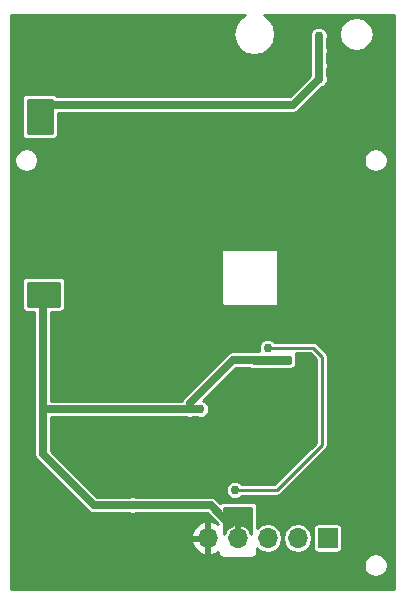
<source format=gbl>
G04 #@! TF.FileFunction,Copper,L2,Bot,Signal*
%FSLAX46Y46*%
G04 Gerber Fmt 4.6, Leading zero omitted, Abs format (unit mm)*
G04 Created by KiCad (PCBNEW 4.0.6) date Fri May 26 17:46:32 2017*
%MOMM*%
%LPD*%
G01*
G04 APERTURE LIST*
%ADD10C,0.050000*%
%ADD11C,0.762000*%
%ADD12R,1.700000X1.700000*%
%ADD13O,1.700000X1.700000*%
%ADD14C,0.635000*%
%ADD15C,0.279400*%
%ADD16C,0.228600*%
%ADD17C,0.254000*%
G04 APERTURE END LIST*
D10*
D11*
X94234000Y-112014000D03*
X97790000Y-112014000D03*
X97790000Y-108458000D03*
X100076000Y-125730000D03*
X98933000Y-126111000D03*
X96647000Y-92329000D03*
X91440000Y-92329000D03*
X87122000Y-125730000D03*
X83566000Y-120650000D03*
X83566000Y-122809000D03*
X82423000Y-120650000D03*
X82423000Y-118618000D03*
X82423000Y-116967000D03*
X82423000Y-122809000D03*
X82423000Y-114808000D03*
X82423000Y-107569000D03*
X82423000Y-99949000D03*
X82423000Y-92329000D03*
X101727000Y-98806000D03*
X103505000Y-98806000D03*
X103505000Y-96647000D03*
X101727000Y-96647000D03*
X101854000Y-93599000D03*
X103251000Y-93599000D03*
X106553000Y-92075000D03*
X106553000Y-90805000D03*
X112522000Y-97917000D03*
X90932000Y-115570000D03*
X87249000Y-106680000D03*
X90932000Y-106680000D03*
X88138000Y-116459000D03*
X90932000Y-117348000D03*
X90932000Y-113792000D03*
X90932000Y-111887000D03*
X92075000Y-120777000D03*
X92075000Y-122428000D03*
X99822000Y-116205000D03*
X99822000Y-117602000D03*
X97663000Y-117602000D03*
X97663000Y-119253000D03*
X105664000Y-123317000D03*
X104394000Y-123317000D03*
X103124000Y-123317000D03*
X101854000Y-123317000D03*
X105664000Y-122047000D03*
X104394000Y-122047000D03*
X103124000Y-122047000D03*
X101854000Y-122047000D03*
X105664000Y-120777000D03*
X104394000Y-120777000D03*
X103124000Y-120777000D03*
X101854000Y-120777000D03*
X98933000Y-125095000D03*
X92202000Y-125095000D03*
X88392000Y-124460000D03*
X87122000Y-124460000D03*
X87376000Y-131572000D03*
X109728000Y-128778000D03*
X110998000Y-127508000D03*
X109728000Y-126238000D03*
X97282000Y-130302000D03*
X95758000Y-130302000D03*
X94234000Y-130302000D03*
X100584000Y-129159000D03*
X104902000Y-137922000D03*
X97790000Y-137922000D03*
X90170000Y-137922000D03*
X82550000Y-137922000D03*
X82550000Y-133350000D03*
X113792000Y-131318000D03*
X113792000Y-127508000D03*
X113792000Y-123698000D03*
X113792000Y-116078000D03*
X112141000Y-119888000D03*
X112141000Y-116078000D03*
X113792000Y-108458000D03*
X112141000Y-112268000D03*
X111887000Y-108458000D03*
X108712000Y-112014000D03*
X109728000Y-113284000D03*
X107950000Y-113284000D03*
X106680000Y-112014000D03*
X105410000Y-113284000D03*
X104648000Y-108458000D03*
X113792000Y-101092000D03*
X100838000Y-108458000D03*
X112522000Y-99187000D03*
X112268000Y-105156000D03*
X108712000Y-105156000D03*
X104648000Y-105156000D03*
X100838000Y-105156000D03*
X97028000Y-105156000D03*
D12*
X108712000Y-134366000D03*
D13*
X106172000Y-134366000D03*
X103632000Y-134366000D03*
X101092000Y-134366000D03*
X98552000Y-134366000D03*
D11*
X93218000Y-105156000D03*
X101219000Y-133096014D03*
X101219000Y-132207000D03*
X100330000Y-132207000D03*
X100330000Y-133096000D03*
X92202000Y-131572000D03*
X104394000Y-119253000D03*
X103504994Y-119253000D03*
X105282996Y-119253000D03*
X102616000Y-119253000D03*
X97028000Y-123444000D03*
X97917000Y-123444000D03*
X85470988Y-114173000D03*
X85470988Y-113284000D03*
X84582000Y-114173000D03*
X84582000Y-113284000D03*
X83693000Y-113284000D03*
X83693000Y-114173000D03*
X84709000Y-99695000D03*
X83693000Y-99568000D03*
X83693000Y-98552000D03*
X83692998Y-97663000D03*
X107950000Y-91821000D03*
X107950000Y-93091000D03*
X107950000Y-94361000D03*
X107950000Y-95504000D03*
X100838000Y-130302000D03*
X103632000Y-118237000D03*
D14*
X84582000Y-122936000D02*
X84582000Y-123317000D01*
X84582000Y-123317000D02*
X84582000Y-127254000D01*
X97028000Y-123444000D02*
X84709000Y-123444000D01*
X84709000Y-123444000D02*
X84582000Y-123317000D01*
X100330000Y-132557185D02*
X100330000Y-132207000D01*
X100330000Y-133096000D02*
X100330000Y-132557185D01*
X99949001Y-132715001D02*
X100330000Y-133096000D01*
X98806000Y-131572000D02*
X99949001Y-132715001D01*
X92202000Y-131572000D02*
X98806000Y-131572000D01*
X88900000Y-131572000D02*
X92202000Y-131572000D01*
X84582000Y-127254000D02*
X88900000Y-131572000D01*
X84582000Y-114173000D02*
X84582000Y-122936000D01*
X97028000Y-122905185D02*
X100680185Y-119253000D01*
X97028000Y-123444000D02*
X97028000Y-122905185D01*
X100680185Y-119253000D02*
X102616000Y-119253000D01*
X97028000Y-123444000D02*
X97917000Y-123444000D01*
D15*
X83693000Y-114173000D02*
X83693000Y-113284000D01*
D14*
X84709000Y-99695000D02*
X83820000Y-99695000D01*
X83820000Y-99695000D02*
X83693000Y-99568000D01*
X83693000Y-99568000D02*
X83693000Y-98552000D01*
X83693000Y-98552000D02*
X83693000Y-97663002D01*
X83693000Y-97663002D02*
X83692998Y-97663000D01*
X84231813Y-97663000D02*
X83692998Y-97663000D01*
X105791000Y-97663000D02*
X84231813Y-97663000D01*
X107950000Y-95504000D02*
X105791000Y-97663000D01*
X107950000Y-94361000D02*
X107950000Y-95504000D01*
X107950000Y-91821000D02*
X107950000Y-93091000D01*
X107950000Y-93822185D02*
X107950000Y-93091000D01*
X107950000Y-94361000D02*
X107950000Y-93822185D01*
D16*
X103632000Y-118237000D02*
X107442000Y-118237000D01*
X107442000Y-118237000D02*
X108204000Y-118999000D01*
X108204000Y-118999000D02*
X108204000Y-126492000D01*
X108204000Y-126492000D02*
X104394000Y-130302000D01*
X104394000Y-130302000D02*
X100838000Y-130302000D01*
D17*
G36*
X101223632Y-90428632D02*
X100835718Y-91009188D01*
X100699500Y-91694000D01*
X100835718Y-92378812D01*
X101223632Y-92959368D01*
X101804188Y-93347282D01*
X102489000Y-93483500D01*
X103173812Y-93347282D01*
X103754368Y-92959368D01*
X104142282Y-92378812D01*
X104278500Y-91694000D01*
X104142282Y-91009188D01*
X103754368Y-90428632D01*
X103289473Y-90118000D01*
X114352000Y-90118000D01*
X114352000Y-138684000D01*
X81915000Y-138684000D01*
X81915000Y-136652000D01*
X111752039Y-136652000D01*
X111829983Y-137043853D01*
X112051950Y-137376050D01*
X112384147Y-137598017D01*
X112776000Y-137675961D01*
X113167853Y-137598017D01*
X113500050Y-137376050D01*
X113722017Y-137043853D01*
X113799961Y-136652000D01*
X113722017Y-136260147D01*
X113500050Y-135927950D01*
X113167853Y-135705983D01*
X112776000Y-135628039D01*
X112384147Y-135705983D01*
X112051950Y-135927950D01*
X111829983Y-136260147D01*
X111752039Y-136652000D01*
X81915000Y-136652000D01*
X81915000Y-134722892D01*
X97110514Y-134722892D01*
X97356817Y-135247358D01*
X97785076Y-135637645D01*
X98195110Y-135807476D01*
X98425000Y-135686155D01*
X98425000Y-134493000D01*
X97231181Y-134493000D01*
X97110514Y-134722892D01*
X81915000Y-134722892D01*
X81915000Y-134009108D01*
X97110514Y-134009108D01*
X97231181Y-134239000D01*
X98425000Y-134239000D01*
X98425000Y-133045845D01*
X98195110Y-132924524D01*
X97785076Y-133094355D01*
X97356817Y-133484642D01*
X97110514Y-134009108D01*
X81915000Y-134009108D01*
X81915000Y-112649000D01*
X82804000Y-112649000D01*
X82804000Y-114808000D01*
X82830056Y-114946477D01*
X82911896Y-115073660D01*
X83036770Y-115158983D01*
X83185000Y-115189000D01*
X83883500Y-115189000D01*
X83883500Y-127254000D01*
X83936670Y-127521305D01*
X84088086Y-127747914D01*
X88406086Y-132065914D01*
X88632695Y-132217330D01*
X88900000Y-132270500D01*
X91897159Y-132270500D01*
X92049764Y-132333867D01*
X92352906Y-132334132D01*
X92506906Y-132270500D01*
X98516672Y-132270500D01*
X99441000Y-133194828D01*
X99441000Y-133205607D01*
X99318924Y-133094355D01*
X98908890Y-132924524D01*
X98679000Y-133045845D01*
X98679000Y-134239000D01*
X98699000Y-134239000D01*
X98699000Y-134493000D01*
X98679000Y-134493000D01*
X98679000Y-135686155D01*
X98908890Y-135807476D01*
X99318924Y-135637645D01*
X99441000Y-135526393D01*
X99441000Y-135636000D01*
X99467056Y-135774477D01*
X99548896Y-135901660D01*
X99673770Y-135986983D01*
X99822000Y-136017000D01*
X102362000Y-136017000D01*
X102500477Y-135990944D01*
X102627660Y-135909104D01*
X102712983Y-135784230D01*
X102743000Y-135636000D01*
X102743000Y-135232800D01*
X102761552Y-135260565D01*
X103160917Y-135527413D01*
X103632000Y-135621117D01*
X104103083Y-135527413D01*
X104502448Y-135260565D01*
X104769296Y-134861200D01*
X104863000Y-134390117D01*
X104863000Y-134341883D01*
X104941000Y-134341883D01*
X104941000Y-134390117D01*
X105034704Y-134861200D01*
X105301552Y-135260565D01*
X105700917Y-135527413D01*
X106172000Y-135621117D01*
X106643083Y-135527413D01*
X107042448Y-135260565D01*
X107309296Y-134861200D01*
X107403000Y-134390117D01*
X107403000Y-134341883D01*
X107309296Y-133870800D01*
X107072226Y-133516000D01*
X107473536Y-133516000D01*
X107473536Y-135216000D01*
X107500103Y-135357190D01*
X107583546Y-135486865D01*
X107710866Y-135573859D01*
X107862000Y-135604464D01*
X109562000Y-135604464D01*
X109703190Y-135577897D01*
X109832865Y-135494454D01*
X109919859Y-135367134D01*
X109950464Y-135216000D01*
X109950464Y-133516000D01*
X109923897Y-133374810D01*
X109840454Y-133245135D01*
X109713134Y-133158141D01*
X109562000Y-133127536D01*
X107862000Y-133127536D01*
X107720810Y-133154103D01*
X107591135Y-133237546D01*
X107504141Y-133364866D01*
X107473536Y-133516000D01*
X107072226Y-133516000D01*
X107042448Y-133471435D01*
X106643083Y-133204587D01*
X106172000Y-133110883D01*
X105700917Y-133204587D01*
X105301552Y-133471435D01*
X105034704Y-133870800D01*
X104941000Y-134341883D01*
X104863000Y-134341883D01*
X104769296Y-133870800D01*
X104502448Y-133471435D01*
X104103083Y-133204587D01*
X103632000Y-133110883D01*
X103160917Y-133204587D01*
X102761552Y-133471435D01*
X102743000Y-133499200D01*
X102743000Y-131699000D01*
X102716944Y-131560523D01*
X102635104Y-131433340D01*
X102510230Y-131348017D01*
X102362000Y-131318000D01*
X99822000Y-131318000D01*
X99683523Y-131344056D01*
X99611944Y-131390116D01*
X99299914Y-131078086D01*
X99073305Y-130926670D01*
X98806000Y-130873500D01*
X92506841Y-130873500D01*
X92354236Y-130810133D01*
X92051094Y-130809868D01*
X91897094Y-130873500D01*
X89189328Y-130873500D01*
X85280500Y-126964672D01*
X85280500Y-124142500D01*
X96723159Y-124142500D01*
X96875764Y-124205867D01*
X97178906Y-124206132D01*
X97332906Y-124142500D01*
X97612159Y-124142500D01*
X97764764Y-124205867D01*
X98067906Y-124206132D01*
X98348074Y-124090368D01*
X98562615Y-123876202D01*
X98678867Y-123596236D01*
X98679132Y-123293094D01*
X98563368Y-123012926D01*
X98349202Y-122798385D01*
X98189106Y-122731907D01*
X100969513Y-119951500D01*
X102037766Y-119951500D01*
X102086770Y-119984983D01*
X102235000Y-120015000D01*
X102615907Y-120015000D01*
X102766906Y-120015132D01*
X102767225Y-120015000D01*
X103504901Y-120015000D01*
X103655900Y-120015132D01*
X103656219Y-120015000D01*
X104393907Y-120015000D01*
X104544906Y-120015132D01*
X104545225Y-120015000D01*
X105282903Y-120015000D01*
X105433902Y-120015132D01*
X105434221Y-120015000D01*
X105664000Y-120015000D01*
X105802477Y-119988944D01*
X105929660Y-119907104D01*
X106014983Y-119782230D01*
X106045000Y-119634000D01*
X106045000Y-119248517D01*
X106045128Y-119102094D01*
X106045000Y-119101784D01*
X106045000Y-118872000D01*
X106018944Y-118733523D01*
X106018157Y-118732300D01*
X107236840Y-118732300D01*
X107708700Y-119204160D01*
X107708700Y-126286840D01*
X104188840Y-129806700D01*
X101420254Y-129806700D01*
X101270202Y-129656385D01*
X100990236Y-129540133D01*
X100687094Y-129539868D01*
X100406926Y-129655632D01*
X100192385Y-129869798D01*
X100076133Y-130149764D01*
X100075868Y-130452906D01*
X100191632Y-130733074D01*
X100405798Y-130947615D01*
X100685764Y-131063867D01*
X100988906Y-131064132D01*
X101269074Y-130948368D01*
X101420407Y-130797300D01*
X104394000Y-130797300D01*
X104583544Y-130759598D01*
X104744230Y-130652230D01*
X108554230Y-126842230D01*
X108661598Y-126681543D01*
X108699300Y-126492000D01*
X108699300Y-118999000D01*
X108661598Y-118809457D01*
X108554230Y-118648770D01*
X107792230Y-117886770D01*
X107631544Y-117779402D01*
X107442000Y-117741700D01*
X104214254Y-117741700D01*
X104064202Y-117591385D01*
X103784236Y-117475133D01*
X103481094Y-117474868D01*
X103200926Y-117590632D01*
X102986385Y-117804798D01*
X102870133Y-118084764D01*
X102869868Y-118387906D01*
X102912466Y-118491000D01*
X102616093Y-118491000D01*
X102465094Y-118490868D01*
X102464775Y-118491000D01*
X102235000Y-118491000D01*
X102096523Y-118517056D01*
X102038333Y-118554500D01*
X100680185Y-118554500D01*
X100412881Y-118607670D01*
X100186271Y-118759086D01*
X96534086Y-122411271D01*
X96382670Y-122637880D01*
X96375949Y-122671670D01*
X96361263Y-122745500D01*
X85280500Y-122745500D01*
X85280500Y-115189000D01*
X86106000Y-115189000D01*
X86244477Y-115162944D01*
X86371660Y-115081104D01*
X86456983Y-114956230D01*
X86487000Y-114808000D01*
X86487000Y-112649000D01*
X86460944Y-112510523D01*
X86379104Y-112383340D01*
X86254230Y-112298017D01*
X86106000Y-112268000D01*
X83185000Y-112268000D01*
X83046523Y-112294056D01*
X82919340Y-112375896D01*
X82834017Y-112500770D01*
X82804000Y-112649000D01*
X81915000Y-112649000D01*
X81915000Y-109982000D01*
X99695000Y-109982000D01*
X99695000Y-114554000D01*
X99703685Y-114600159D01*
X99730965Y-114642553D01*
X99772590Y-114670994D01*
X99822000Y-114681000D01*
X104394000Y-114681000D01*
X104440159Y-114672315D01*
X104482553Y-114645035D01*
X104510994Y-114603410D01*
X104521000Y-114554000D01*
X104521000Y-109982000D01*
X104512315Y-109935841D01*
X104485035Y-109893447D01*
X104443410Y-109865006D01*
X104394000Y-109855000D01*
X99822000Y-109855000D01*
X99775841Y-109863685D01*
X99733447Y-109890965D01*
X99705006Y-109932590D01*
X99695000Y-109982000D01*
X81915000Y-109982000D01*
X81915000Y-102362000D01*
X82161039Y-102362000D01*
X82238983Y-102753853D01*
X82460950Y-103086050D01*
X82793147Y-103308017D01*
X83185000Y-103385961D01*
X83576853Y-103308017D01*
X83909050Y-103086050D01*
X84131017Y-102753853D01*
X84208961Y-102362000D01*
X111752039Y-102362000D01*
X111829983Y-102753853D01*
X112051950Y-103086050D01*
X112384147Y-103308017D01*
X112776000Y-103385961D01*
X113167853Y-103308017D01*
X113500050Y-103086050D01*
X113722017Y-102753853D01*
X113799961Y-102362000D01*
X113722017Y-101970147D01*
X113500050Y-101637950D01*
X113167853Y-101415983D01*
X112776000Y-101338039D01*
X112384147Y-101415983D01*
X112051950Y-101637950D01*
X111829983Y-101970147D01*
X111752039Y-102362000D01*
X84208961Y-102362000D01*
X84131017Y-101970147D01*
X83909050Y-101637950D01*
X83576853Y-101415983D01*
X83185000Y-101338039D01*
X82793147Y-101415983D01*
X82460950Y-101637950D01*
X82238983Y-101970147D01*
X82161039Y-102362000D01*
X81915000Y-102362000D01*
X81915000Y-97155000D01*
X82804000Y-97155000D01*
X82804000Y-100203000D01*
X82830056Y-100341477D01*
X82911896Y-100468660D01*
X83036770Y-100553983D01*
X83185000Y-100584000D01*
X85471000Y-100584000D01*
X85609477Y-100557944D01*
X85736660Y-100476104D01*
X85821983Y-100351230D01*
X85852000Y-100203000D01*
X85852000Y-98361500D01*
X105791000Y-98361500D01*
X106058305Y-98308330D01*
X106284914Y-98156914D01*
X108228359Y-96213469D01*
X108381074Y-96150368D01*
X108595615Y-95936202D01*
X108711867Y-95656236D01*
X108712132Y-95353094D01*
X108648500Y-95199094D01*
X108648500Y-94665841D01*
X108711867Y-94513236D01*
X108712132Y-94210094D01*
X108648500Y-94056094D01*
X108648500Y-93395841D01*
X108711867Y-93243236D01*
X108712132Y-92940094D01*
X108648500Y-92786094D01*
X108648500Y-92125841D01*
X108711867Y-91973236D01*
X108712111Y-91694000D01*
X109653000Y-91694000D01*
X109765049Y-92257310D01*
X110084139Y-92734861D01*
X110561690Y-93053951D01*
X111125000Y-93166000D01*
X111688310Y-93053951D01*
X112165861Y-92734861D01*
X112484951Y-92257310D01*
X112597000Y-91694000D01*
X112484951Y-91130690D01*
X112165861Y-90653139D01*
X111688310Y-90334049D01*
X111125000Y-90222000D01*
X110561690Y-90334049D01*
X110084139Y-90653139D01*
X109765049Y-91130690D01*
X109653000Y-91694000D01*
X108712111Y-91694000D01*
X108712132Y-91670094D01*
X108596368Y-91389926D01*
X108382202Y-91175385D01*
X108102236Y-91059133D01*
X107799094Y-91058868D01*
X107518926Y-91174632D01*
X107304385Y-91388798D01*
X107188133Y-91668764D01*
X107187868Y-91971906D01*
X107251500Y-92125906D01*
X107251500Y-92786159D01*
X107188133Y-92938764D01*
X107187868Y-93241906D01*
X107251500Y-93395906D01*
X107251500Y-94056159D01*
X107188133Y-94208764D01*
X107187868Y-94511906D01*
X107251500Y-94665906D01*
X107251500Y-95199159D01*
X107240485Y-95225687D01*
X105501672Y-96964500D01*
X85792468Y-96964500D01*
X85744104Y-96889340D01*
X85619230Y-96804017D01*
X85471000Y-96774000D01*
X83185000Y-96774000D01*
X83046523Y-96800056D01*
X82919340Y-96881896D01*
X82834017Y-97006770D01*
X82804000Y-97155000D01*
X81915000Y-97155000D01*
X81915000Y-90118000D01*
X101688527Y-90118000D01*
X101223632Y-90428632D01*
X101223632Y-90428632D01*
G37*
X101223632Y-90428632D02*
X100835718Y-91009188D01*
X100699500Y-91694000D01*
X100835718Y-92378812D01*
X101223632Y-92959368D01*
X101804188Y-93347282D01*
X102489000Y-93483500D01*
X103173812Y-93347282D01*
X103754368Y-92959368D01*
X104142282Y-92378812D01*
X104278500Y-91694000D01*
X104142282Y-91009188D01*
X103754368Y-90428632D01*
X103289473Y-90118000D01*
X114352000Y-90118000D01*
X114352000Y-138684000D01*
X81915000Y-138684000D01*
X81915000Y-136652000D01*
X111752039Y-136652000D01*
X111829983Y-137043853D01*
X112051950Y-137376050D01*
X112384147Y-137598017D01*
X112776000Y-137675961D01*
X113167853Y-137598017D01*
X113500050Y-137376050D01*
X113722017Y-137043853D01*
X113799961Y-136652000D01*
X113722017Y-136260147D01*
X113500050Y-135927950D01*
X113167853Y-135705983D01*
X112776000Y-135628039D01*
X112384147Y-135705983D01*
X112051950Y-135927950D01*
X111829983Y-136260147D01*
X111752039Y-136652000D01*
X81915000Y-136652000D01*
X81915000Y-134722892D01*
X97110514Y-134722892D01*
X97356817Y-135247358D01*
X97785076Y-135637645D01*
X98195110Y-135807476D01*
X98425000Y-135686155D01*
X98425000Y-134493000D01*
X97231181Y-134493000D01*
X97110514Y-134722892D01*
X81915000Y-134722892D01*
X81915000Y-134009108D01*
X97110514Y-134009108D01*
X97231181Y-134239000D01*
X98425000Y-134239000D01*
X98425000Y-133045845D01*
X98195110Y-132924524D01*
X97785076Y-133094355D01*
X97356817Y-133484642D01*
X97110514Y-134009108D01*
X81915000Y-134009108D01*
X81915000Y-112649000D01*
X82804000Y-112649000D01*
X82804000Y-114808000D01*
X82830056Y-114946477D01*
X82911896Y-115073660D01*
X83036770Y-115158983D01*
X83185000Y-115189000D01*
X83883500Y-115189000D01*
X83883500Y-127254000D01*
X83936670Y-127521305D01*
X84088086Y-127747914D01*
X88406086Y-132065914D01*
X88632695Y-132217330D01*
X88900000Y-132270500D01*
X91897159Y-132270500D01*
X92049764Y-132333867D01*
X92352906Y-132334132D01*
X92506906Y-132270500D01*
X98516672Y-132270500D01*
X99441000Y-133194828D01*
X99441000Y-133205607D01*
X99318924Y-133094355D01*
X98908890Y-132924524D01*
X98679000Y-133045845D01*
X98679000Y-134239000D01*
X98699000Y-134239000D01*
X98699000Y-134493000D01*
X98679000Y-134493000D01*
X98679000Y-135686155D01*
X98908890Y-135807476D01*
X99318924Y-135637645D01*
X99441000Y-135526393D01*
X99441000Y-135636000D01*
X99467056Y-135774477D01*
X99548896Y-135901660D01*
X99673770Y-135986983D01*
X99822000Y-136017000D01*
X102362000Y-136017000D01*
X102500477Y-135990944D01*
X102627660Y-135909104D01*
X102712983Y-135784230D01*
X102743000Y-135636000D01*
X102743000Y-135232800D01*
X102761552Y-135260565D01*
X103160917Y-135527413D01*
X103632000Y-135621117D01*
X104103083Y-135527413D01*
X104502448Y-135260565D01*
X104769296Y-134861200D01*
X104863000Y-134390117D01*
X104863000Y-134341883D01*
X104941000Y-134341883D01*
X104941000Y-134390117D01*
X105034704Y-134861200D01*
X105301552Y-135260565D01*
X105700917Y-135527413D01*
X106172000Y-135621117D01*
X106643083Y-135527413D01*
X107042448Y-135260565D01*
X107309296Y-134861200D01*
X107403000Y-134390117D01*
X107403000Y-134341883D01*
X107309296Y-133870800D01*
X107072226Y-133516000D01*
X107473536Y-133516000D01*
X107473536Y-135216000D01*
X107500103Y-135357190D01*
X107583546Y-135486865D01*
X107710866Y-135573859D01*
X107862000Y-135604464D01*
X109562000Y-135604464D01*
X109703190Y-135577897D01*
X109832865Y-135494454D01*
X109919859Y-135367134D01*
X109950464Y-135216000D01*
X109950464Y-133516000D01*
X109923897Y-133374810D01*
X109840454Y-133245135D01*
X109713134Y-133158141D01*
X109562000Y-133127536D01*
X107862000Y-133127536D01*
X107720810Y-133154103D01*
X107591135Y-133237546D01*
X107504141Y-133364866D01*
X107473536Y-133516000D01*
X107072226Y-133516000D01*
X107042448Y-133471435D01*
X106643083Y-133204587D01*
X106172000Y-133110883D01*
X105700917Y-133204587D01*
X105301552Y-133471435D01*
X105034704Y-133870800D01*
X104941000Y-134341883D01*
X104863000Y-134341883D01*
X104769296Y-133870800D01*
X104502448Y-133471435D01*
X104103083Y-133204587D01*
X103632000Y-133110883D01*
X103160917Y-133204587D01*
X102761552Y-133471435D01*
X102743000Y-133499200D01*
X102743000Y-131699000D01*
X102716944Y-131560523D01*
X102635104Y-131433340D01*
X102510230Y-131348017D01*
X102362000Y-131318000D01*
X99822000Y-131318000D01*
X99683523Y-131344056D01*
X99611944Y-131390116D01*
X99299914Y-131078086D01*
X99073305Y-130926670D01*
X98806000Y-130873500D01*
X92506841Y-130873500D01*
X92354236Y-130810133D01*
X92051094Y-130809868D01*
X91897094Y-130873500D01*
X89189328Y-130873500D01*
X85280500Y-126964672D01*
X85280500Y-124142500D01*
X96723159Y-124142500D01*
X96875764Y-124205867D01*
X97178906Y-124206132D01*
X97332906Y-124142500D01*
X97612159Y-124142500D01*
X97764764Y-124205867D01*
X98067906Y-124206132D01*
X98348074Y-124090368D01*
X98562615Y-123876202D01*
X98678867Y-123596236D01*
X98679132Y-123293094D01*
X98563368Y-123012926D01*
X98349202Y-122798385D01*
X98189106Y-122731907D01*
X100969513Y-119951500D01*
X102037766Y-119951500D01*
X102086770Y-119984983D01*
X102235000Y-120015000D01*
X102615907Y-120015000D01*
X102766906Y-120015132D01*
X102767225Y-120015000D01*
X103504901Y-120015000D01*
X103655900Y-120015132D01*
X103656219Y-120015000D01*
X104393907Y-120015000D01*
X104544906Y-120015132D01*
X104545225Y-120015000D01*
X105282903Y-120015000D01*
X105433902Y-120015132D01*
X105434221Y-120015000D01*
X105664000Y-120015000D01*
X105802477Y-119988944D01*
X105929660Y-119907104D01*
X106014983Y-119782230D01*
X106045000Y-119634000D01*
X106045000Y-119248517D01*
X106045128Y-119102094D01*
X106045000Y-119101784D01*
X106045000Y-118872000D01*
X106018944Y-118733523D01*
X106018157Y-118732300D01*
X107236840Y-118732300D01*
X107708700Y-119204160D01*
X107708700Y-126286840D01*
X104188840Y-129806700D01*
X101420254Y-129806700D01*
X101270202Y-129656385D01*
X100990236Y-129540133D01*
X100687094Y-129539868D01*
X100406926Y-129655632D01*
X100192385Y-129869798D01*
X100076133Y-130149764D01*
X100075868Y-130452906D01*
X100191632Y-130733074D01*
X100405798Y-130947615D01*
X100685764Y-131063867D01*
X100988906Y-131064132D01*
X101269074Y-130948368D01*
X101420407Y-130797300D01*
X104394000Y-130797300D01*
X104583544Y-130759598D01*
X104744230Y-130652230D01*
X108554230Y-126842230D01*
X108661598Y-126681543D01*
X108699300Y-126492000D01*
X108699300Y-118999000D01*
X108661598Y-118809457D01*
X108554230Y-118648770D01*
X107792230Y-117886770D01*
X107631544Y-117779402D01*
X107442000Y-117741700D01*
X104214254Y-117741700D01*
X104064202Y-117591385D01*
X103784236Y-117475133D01*
X103481094Y-117474868D01*
X103200926Y-117590632D01*
X102986385Y-117804798D01*
X102870133Y-118084764D01*
X102869868Y-118387906D01*
X102912466Y-118491000D01*
X102616093Y-118491000D01*
X102465094Y-118490868D01*
X102464775Y-118491000D01*
X102235000Y-118491000D01*
X102096523Y-118517056D01*
X102038333Y-118554500D01*
X100680185Y-118554500D01*
X100412881Y-118607670D01*
X100186271Y-118759086D01*
X96534086Y-122411271D01*
X96382670Y-122637880D01*
X96375949Y-122671670D01*
X96361263Y-122745500D01*
X85280500Y-122745500D01*
X85280500Y-115189000D01*
X86106000Y-115189000D01*
X86244477Y-115162944D01*
X86371660Y-115081104D01*
X86456983Y-114956230D01*
X86487000Y-114808000D01*
X86487000Y-112649000D01*
X86460944Y-112510523D01*
X86379104Y-112383340D01*
X86254230Y-112298017D01*
X86106000Y-112268000D01*
X83185000Y-112268000D01*
X83046523Y-112294056D01*
X82919340Y-112375896D01*
X82834017Y-112500770D01*
X82804000Y-112649000D01*
X81915000Y-112649000D01*
X81915000Y-109982000D01*
X99695000Y-109982000D01*
X99695000Y-114554000D01*
X99703685Y-114600159D01*
X99730965Y-114642553D01*
X99772590Y-114670994D01*
X99822000Y-114681000D01*
X104394000Y-114681000D01*
X104440159Y-114672315D01*
X104482553Y-114645035D01*
X104510994Y-114603410D01*
X104521000Y-114554000D01*
X104521000Y-109982000D01*
X104512315Y-109935841D01*
X104485035Y-109893447D01*
X104443410Y-109865006D01*
X104394000Y-109855000D01*
X99822000Y-109855000D01*
X99775841Y-109863685D01*
X99733447Y-109890965D01*
X99705006Y-109932590D01*
X99695000Y-109982000D01*
X81915000Y-109982000D01*
X81915000Y-102362000D01*
X82161039Y-102362000D01*
X82238983Y-102753853D01*
X82460950Y-103086050D01*
X82793147Y-103308017D01*
X83185000Y-103385961D01*
X83576853Y-103308017D01*
X83909050Y-103086050D01*
X84131017Y-102753853D01*
X84208961Y-102362000D01*
X111752039Y-102362000D01*
X111829983Y-102753853D01*
X112051950Y-103086050D01*
X112384147Y-103308017D01*
X112776000Y-103385961D01*
X113167853Y-103308017D01*
X113500050Y-103086050D01*
X113722017Y-102753853D01*
X113799961Y-102362000D01*
X113722017Y-101970147D01*
X113500050Y-101637950D01*
X113167853Y-101415983D01*
X112776000Y-101338039D01*
X112384147Y-101415983D01*
X112051950Y-101637950D01*
X111829983Y-101970147D01*
X111752039Y-102362000D01*
X84208961Y-102362000D01*
X84131017Y-101970147D01*
X83909050Y-101637950D01*
X83576853Y-101415983D01*
X83185000Y-101338039D01*
X82793147Y-101415983D01*
X82460950Y-101637950D01*
X82238983Y-101970147D01*
X82161039Y-102362000D01*
X81915000Y-102362000D01*
X81915000Y-97155000D01*
X82804000Y-97155000D01*
X82804000Y-100203000D01*
X82830056Y-100341477D01*
X82911896Y-100468660D01*
X83036770Y-100553983D01*
X83185000Y-100584000D01*
X85471000Y-100584000D01*
X85609477Y-100557944D01*
X85736660Y-100476104D01*
X85821983Y-100351230D01*
X85852000Y-100203000D01*
X85852000Y-98361500D01*
X105791000Y-98361500D01*
X106058305Y-98308330D01*
X106284914Y-98156914D01*
X108228359Y-96213469D01*
X108381074Y-96150368D01*
X108595615Y-95936202D01*
X108711867Y-95656236D01*
X108712132Y-95353094D01*
X108648500Y-95199094D01*
X108648500Y-94665841D01*
X108711867Y-94513236D01*
X108712132Y-94210094D01*
X108648500Y-94056094D01*
X108648500Y-93395841D01*
X108711867Y-93243236D01*
X108712132Y-92940094D01*
X108648500Y-92786094D01*
X108648500Y-92125841D01*
X108711867Y-91973236D01*
X108712111Y-91694000D01*
X109653000Y-91694000D01*
X109765049Y-92257310D01*
X110084139Y-92734861D01*
X110561690Y-93053951D01*
X111125000Y-93166000D01*
X111688310Y-93053951D01*
X112165861Y-92734861D01*
X112484951Y-92257310D01*
X112597000Y-91694000D01*
X112484951Y-91130690D01*
X112165861Y-90653139D01*
X111688310Y-90334049D01*
X111125000Y-90222000D01*
X110561690Y-90334049D01*
X110084139Y-90653139D01*
X109765049Y-91130690D01*
X109653000Y-91694000D01*
X108712111Y-91694000D01*
X108712132Y-91670094D01*
X108596368Y-91389926D01*
X108382202Y-91175385D01*
X108102236Y-91059133D01*
X107799094Y-91058868D01*
X107518926Y-91174632D01*
X107304385Y-91388798D01*
X107188133Y-91668764D01*
X107187868Y-91971906D01*
X107251500Y-92125906D01*
X107251500Y-92786159D01*
X107188133Y-92938764D01*
X107187868Y-93241906D01*
X107251500Y-93395906D01*
X107251500Y-94056159D01*
X107188133Y-94208764D01*
X107187868Y-94511906D01*
X107251500Y-94665906D01*
X107251500Y-95199159D01*
X107240485Y-95225687D01*
X105501672Y-96964500D01*
X85792468Y-96964500D01*
X85744104Y-96889340D01*
X85619230Y-96804017D01*
X85471000Y-96774000D01*
X83185000Y-96774000D01*
X83046523Y-96800056D01*
X82919340Y-96881896D01*
X82834017Y-97006770D01*
X82804000Y-97155000D01*
X81915000Y-97155000D01*
X81915000Y-90118000D01*
X101688527Y-90118000D01*
X101223632Y-90428632D01*
G36*
X85344000Y-100076000D02*
X83312000Y-100076000D01*
X83312000Y-97282000D01*
X85344000Y-97282000D01*
X85344000Y-100076000D01*
X85344000Y-100076000D01*
G37*
X85344000Y-100076000D02*
X83312000Y-100076000D01*
X83312000Y-97282000D01*
X85344000Y-97282000D01*
X85344000Y-100076000D01*
G36*
X85979000Y-114681000D02*
X83312000Y-114681000D01*
X83312000Y-112776000D01*
X85979000Y-112776000D01*
X85979000Y-114681000D01*
X85979000Y-114681000D01*
G37*
X85979000Y-114681000D02*
X83312000Y-114681000D01*
X83312000Y-112776000D01*
X85979000Y-112776000D01*
X85979000Y-114681000D01*
G36*
X105537000Y-119507000D02*
X102362000Y-119507000D01*
X102362000Y-118999000D01*
X105537000Y-118999000D01*
X105537000Y-119507000D01*
X105537000Y-119507000D01*
G37*
X105537000Y-119507000D02*
X102362000Y-119507000D01*
X102362000Y-118999000D01*
X105537000Y-118999000D01*
X105537000Y-119507000D01*
G36*
X102235000Y-134009959D02*
X102047876Y-133631290D01*
X101693953Y-133321419D01*
X101404984Y-133201736D01*
X101219000Y-133256545D01*
X101219000Y-134239000D01*
X101239000Y-134239000D01*
X101239000Y-134493000D01*
X101219000Y-134493000D01*
X101219000Y-134513000D01*
X100965000Y-134513000D01*
X100965000Y-134493000D01*
X100945000Y-134493000D01*
X100945000Y-134239000D01*
X100965000Y-134239000D01*
X100965000Y-133256545D01*
X100779016Y-133201736D01*
X100490047Y-133321419D01*
X100136124Y-133631290D01*
X99949000Y-134009959D01*
X99949000Y-131826000D01*
X102235000Y-131826000D01*
X102235000Y-134009959D01*
X102235000Y-134009959D01*
G37*
X102235000Y-134009959D02*
X102047876Y-133631290D01*
X101693953Y-133321419D01*
X101404984Y-133201736D01*
X101219000Y-133256545D01*
X101219000Y-134239000D01*
X101239000Y-134239000D01*
X101239000Y-134493000D01*
X101219000Y-134493000D01*
X101219000Y-134513000D01*
X100965000Y-134513000D01*
X100965000Y-134493000D01*
X100945000Y-134493000D01*
X100945000Y-134239000D01*
X100965000Y-134239000D01*
X100965000Y-133256545D01*
X100779016Y-133201736D01*
X100490047Y-133321419D01*
X100136124Y-133631290D01*
X99949000Y-134009959D01*
X99949000Y-131826000D01*
X102235000Y-131826000D01*
X102235000Y-134009959D01*
M02*

</source>
